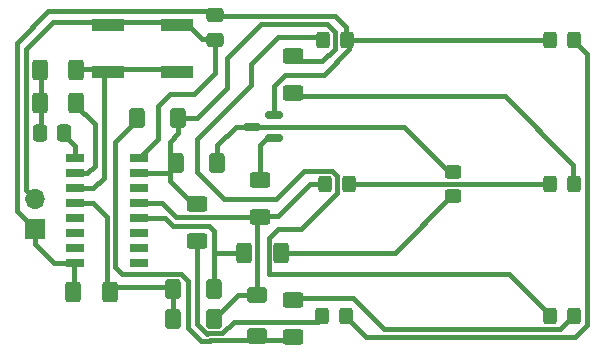
<source format=gbr>
G04 #@! TF.GenerationSoftware,KiCad,Pcbnew,8.0.0*
G04 #@! TF.CreationDate,2024-03-19T11:42:36+01:00*
G04 #@! TF.ProjectId,wuerfel,77756572-6665-46c2-9e6b-696361645f70,rev?*
G04 #@! TF.SameCoordinates,Original*
G04 #@! TF.FileFunction,Copper,L1,Top*
G04 #@! TF.FilePolarity,Positive*
%FSLAX46Y46*%
G04 Gerber Fmt 4.6, Leading zero omitted, Abs format (unit mm)*
G04 Created by KiCad (PCBNEW 8.0.0) date 2024-03-19 11:42:36*
%MOMM*%
%LPD*%
G01*
G04 APERTURE LIST*
G04 Aperture macros list*
%AMRoundRect*
0 Rectangle with rounded corners*
0 $1 Rounding radius*
0 $2 $3 $4 $5 $6 $7 $8 $9 X,Y pos of 4 corners*
0 Add a 4 corners polygon primitive as box body*
4,1,4,$2,$3,$4,$5,$6,$7,$8,$9,$2,$3,0*
0 Add four circle primitives for the rounded corners*
1,1,$1+$1,$2,$3*
1,1,$1+$1,$4,$5*
1,1,$1+$1,$6,$7*
1,1,$1+$1,$8,$9*
0 Add four rect primitives between the rounded corners*
20,1,$1+$1,$2,$3,$4,$5,0*
20,1,$1+$1,$4,$5,$6,$7,0*
20,1,$1+$1,$6,$7,$8,$9,0*
20,1,$1+$1,$8,$9,$2,$3,0*%
G04 Aperture macros list end*
G04 #@! TA.AperFunction,SMDPad,CuDef*
%ADD10RoundRect,0.250000X0.400000X0.600000X-0.400000X0.600000X-0.400000X-0.600000X0.400000X-0.600000X0*%
G04 #@! TD*
G04 #@! TA.AperFunction,SMDPad,CuDef*
%ADD11RoundRect,0.250000X-0.600000X0.400000X-0.600000X-0.400000X0.600000X-0.400000X0.600000X0.400000X0*%
G04 #@! TD*
G04 #@! TA.AperFunction,SMDPad,CuDef*
%ADD12RoundRect,0.250000X-0.625000X0.400000X-0.625000X-0.400000X0.625000X-0.400000X0.625000X0.400000X0*%
G04 #@! TD*
G04 #@! TA.AperFunction,SMDPad,CuDef*
%ADD13RoundRect,0.250000X0.400000X0.625000X-0.400000X0.625000X-0.400000X-0.625000X0.400000X-0.625000X0*%
G04 #@! TD*
G04 #@! TA.AperFunction,SMDPad,CuDef*
%ADD14RoundRect,0.250000X0.625000X-0.400000X0.625000X0.400000X-0.625000X0.400000X-0.625000X-0.400000X0*%
G04 #@! TD*
G04 #@! TA.AperFunction,SMDPad,CuDef*
%ADD15RoundRect,0.250000X-0.400000X-0.625000X0.400000X-0.625000X0.400000X0.625000X-0.400000X0.625000X0*%
G04 #@! TD*
G04 #@! TA.AperFunction,SMDPad,CuDef*
%ADD16RoundRect,0.250000X0.450000X-0.325000X0.450000X0.325000X-0.450000X0.325000X-0.450000X-0.325000X0*%
G04 #@! TD*
G04 #@! TA.AperFunction,SMDPad,CuDef*
%ADD17RoundRect,0.250000X0.325000X0.450000X-0.325000X0.450000X-0.325000X-0.450000X0.325000X-0.450000X0*%
G04 #@! TD*
G04 #@! TA.AperFunction,SMDPad,CuDef*
%ADD18RoundRect,0.250000X-0.325000X-0.450000X0.325000X-0.450000X0.325000X0.450000X-0.325000X0.450000X0*%
G04 #@! TD*
G04 #@! TA.AperFunction,SMDPad,CuDef*
%ADD19RoundRect,0.250000X0.337500X0.475000X-0.337500X0.475000X-0.337500X-0.475000X0.337500X-0.475000X0*%
G04 #@! TD*
G04 #@! TA.AperFunction,SMDPad,CuDef*
%ADD20RoundRect,0.250000X-0.475000X0.337500X-0.475000X-0.337500X0.475000X-0.337500X0.475000X0.337500X0*%
G04 #@! TD*
G04 #@! TA.AperFunction,SMDPad,CuDef*
%ADD21R,2.800000X1.000000*%
G04 #@! TD*
G04 #@! TA.AperFunction,SMDPad,CuDef*
%ADD22RoundRect,0.150000X0.587500X0.150000X-0.587500X0.150000X-0.587500X-0.150000X0.587500X-0.150000X0*%
G04 #@! TD*
G04 #@! TA.AperFunction,SMDPad,CuDef*
%ADD23R,1.525000X0.650000*%
G04 #@! TD*
G04 #@! TA.AperFunction,ComponentPad*
%ADD24R,1.700000X1.700000*%
G04 #@! TD*
G04 #@! TA.AperFunction,ComponentPad*
%ADD25O,1.700000X1.700000*%
G04 #@! TD*
G04 #@! TA.AperFunction,Conductor*
%ADD26C,0.400000*%
G04 #@! TD*
G04 APERTURE END LIST*
D10*
G04 #@! TO.P,D17,1,K*
G04 #@! TO.N,Net-(D13-A)*
X205204000Y-56134000D03*
G04 #@! TO.P,D17,2,A*
G04 #@! TO.N,Net-(D16-A)*
X201704000Y-56134000D03*
G04 #@! TD*
D11*
G04 #@! TO.P,D16,1,K*
G04 #@! TO.N,Net-(D15-K)*
X211836000Y-71148000D03*
G04 #@! TO.P,D16,2,A*
G04 #@! TO.N,Net-(D16-A)*
X211836000Y-74648000D03*
G04 #@! TD*
D10*
G04 #@! TO.P,D15,1,K*
G04 #@! TO.N,Net-(D15-K)*
X208252000Y-73152000D03*
G04 #@! TO.P,D15,2,A*
G04 #@! TO.N,Net-(D14-A)*
X204752000Y-73152000D03*
G04 #@! TD*
G04 #@! TO.P,D14,1,K*
G04 #@! TO.N,Net-(D14-K)*
X208252000Y-70612000D03*
G04 #@! TO.P,D14,2,A*
G04 #@! TO.N,Net-(D14-A)*
X204752000Y-70612000D03*
G04 #@! TD*
G04 #@! TO.P,D13,1,K*
G04 #@! TO.N,Net-(D10-A)*
X208506000Y-59944000D03*
G04 #@! TO.P,D13,2,A*
G04 #@! TO.N,Net-(D13-A)*
X205006000Y-59944000D03*
G04 #@! TD*
D12*
G04 #@! TO.P,R8,1*
G04 #@! TO.N,Net-(D9-K)*
X214884000Y-71602000D03*
G04 #@! TO.P,R8,2*
G04 #@! TO.N,Net-(D16-A)*
X214884000Y-74702000D03*
G04 #@! TD*
D13*
G04 #@! TO.P,R7,1*
G04 #@! TO.N,Net-(D10-K)*
X213894000Y-67564000D03*
G04 #@! TO.P,R7,2*
G04 #@! TO.N,Net-(D14-K)*
X210794000Y-67564000D03*
G04 #@! TD*
D14*
G04 #@! TO.P,R6,1*
G04 #@! TO.N,Net-(D6-K)*
X206756000Y-66574000D03*
G04 #@! TO.P,R6,2*
G04 #@! TO.N,Net-(D13-A)*
X206756000Y-63474000D03*
G04 #@! TD*
D12*
G04 #@! TO.P,R5,1*
G04 #@! TO.N,Net-(D13-A)*
X214884000Y-50950000D03*
G04 #@! TO.P,R5,2*
G04 #@! TO.N,Net-(D8-K)*
X214884000Y-54050000D03*
G04 #@! TD*
D13*
G04 #@! TO.P,R4,1*
G04 #@! TO.N,Net-(IC1-~{[Oslash]I})*
X196550000Y-52070000D03*
G04 #@! TO.P,R4,2*
G04 #@! TO.N,Net-(C2-Pad2)*
X193450000Y-52070000D03*
G04 #@! TD*
G04 #@! TO.P,R3,1*
G04 #@! TO.N,Net-(IC1-[Oslash]O)*
X196550000Y-54864000D03*
G04 #@! TO.P,R3,2*
G04 #@! TO.N,Net-(C2-Pad2)*
X193450000Y-54864000D03*
G04 #@! TD*
D15*
G04 #@! TO.P,R2,1*
G04 #@! TO.N,+5V*
X196316000Y-70866000D03*
G04 #@! TO.P,R2,2*
G04 #@! TO.N,Net-(D14-A)*
X199416000Y-70866000D03*
G04 #@! TD*
D12*
G04 #@! TO.P,R1,1*
G04 #@! TO.N,Net-(Q1-B)*
X212090000Y-61442000D03*
G04 #@! TO.P,R1,2*
G04 #@! TO.N,Net-(D15-K)*
X212090000Y-64542000D03*
G04 #@! TD*
D16*
G04 #@! TO.P,D10,1,K*
G04 #@! TO.N,Net-(D10-K)*
X228431827Y-62788173D03*
G04 #@! TO.P,D10,2,A*
G04 #@! TO.N,Net-(D10-A)*
X228431827Y-60738173D03*
G04 #@! TD*
D17*
G04 #@! TO.P,D9,1,K*
G04 #@! TO.N,Net-(D9-K)*
X238727827Y-72939173D03*
G04 #@! TO.P,D9,2,A*
G04 #@! TO.N,Net-(D4-K)*
X236677827Y-72939173D03*
G04 #@! TD*
G04 #@! TO.P,D8,1,K*
G04 #@! TO.N,Net-(D8-K)*
X238727827Y-61763173D03*
G04 #@! TO.P,D8,2,A*
G04 #@! TO.N,Net-(D5-K)*
X236677827Y-61763173D03*
G04 #@! TD*
G04 #@! TO.P,D7,1,K*
G04 #@! TO.N,Net-(D6-A)*
X238727827Y-49571173D03*
G04 #@! TO.P,D7,2,A*
G04 #@! TO.N,+5V*
X236677827Y-49571173D03*
G04 #@! TD*
D18*
G04 #@! TO.P,D6,1,K*
G04 #@! TO.N,Net-(D6-K)*
X217373827Y-72939173D03*
G04 #@! TO.P,D6,2,A*
G04 #@! TO.N,Net-(D6-A)*
X219423827Y-72939173D03*
G04 #@! TD*
D17*
G04 #@! TO.P,D5,1,K*
G04 #@! TO.N,Net-(D5-K)*
X219677827Y-61763173D03*
G04 #@! TO.P,D5,2,A*
G04 #@! TO.N,Net-(D15-K)*
X217627827Y-61763173D03*
G04 #@! TD*
D18*
G04 #@! TO.P,D4,1,K*
G04 #@! TO.N,Net-(D4-K)*
X217452327Y-49571173D03*
G04 #@! TO.P,D4,2,A*
G04 #@! TO.N,+5V*
X219502327Y-49571173D03*
G04 #@! TD*
D19*
G04 #@! TO.P,C2,1*
G04 #@! TO.N,Net-(IC1-~{[Oslash]O})*
X195537500Y-57404000D03*
G04 #@! TO.P,C2,2*
G04 #@! TO.N,Net-(C2-Pad2)*
X193462500Y-57404000D03*
G04 #@! TD*
D20*
G04 #@! TO.P,C1,1*
G04 #@! TO.N,+5V*
X208280000Y-47476500D03*
G04 #@! TO.P,C1,2*
G04 #@! TO.N,GND*
X208280000Y-49551500D03*
G04 #@! TD*
D21*
G04 #@! TO.P,SW1,1,1*
G04 #@! TO.N,GND*
X199275009Y-48310139D03*
X205075009Y-48310139D03*
G04 #@! TO.P,SW1,2,2*
G04 #@! TO.N,Net-(IC1-~{[Oslash]I})*
X199275009Y-52310139D03*
X205075009Y-52310139D03*
G04 #@! TD*
D22*
G04 #@! TO.P,Q1,1,B*
G04 #@! TO.N,Net-(Q1-B)*
X213281500Y-57846000D03*
G04 #@! TO.P,Q1,2,E*
G04 #@! TO.N,+5V*
X213281500Y-55946000D03*
G04 #@! TO.P,Q1,3,C*
G04 #@! TO.N,Net-(D10-A)*
X211406500Y-56896000D03*
G04 #@! TD*
D23*
G04 #@! TO.P,IC1,1,Q12*
G04 #@! TO.N,unconnected-(IC1-Q12-Pad1)*
X201848000Y-68453000D03*
G04 #@! TO.P,IC1,2,Q13*
G04 #@! TO.N,unconnected-(IC1-Q13-Pad2)*
X201848000Y-67183000D03*
G04 #@! TO.P,IC1,3,Q14*
G04 #@! TO.N,unconnected-(IC1-Q14-Pad3)*
X201848000Y-65913000D03*
G04 #@! TO.P,IC1,4,Q6*
G04 #@! TO.N,Net-(D14-K)*
X201848000Y-64643000D03*
G04 #@! TO.P,IC1,5,Q5*
G04 #@! TO.N,Net-(D15-K)*
X201848000Y-63373000D03*
G04 #@! TO.P,IC1,6,Q7*
G04 #@! TO.N,unconnected-(IC1-Q7-Pad6)*
X201848000Y-62103000D03*
G04 #@! TO.P,IC1,7,Q4*
G04 #@! TO.N,Net-(D13-A)*
X201848000Y-60833000D03*
G04 #@! TO.P,IC1,8,GND*
G04 #@! TO.N,GND*
X201848000Y-59563000D03*
G04 #@! TO.P,IC1,9,~{[Oslash]O}*
G04 #@! TO.N,Net-(IC1-~{[Oslash]O})*
X196424000Y-59563000D03*
G04 #@! TO.P,IC1,10,[Oslash]O*
G04 #@! TO.N,Net-(IC1-[Oslash]O)*
X196424000Y-60833000D03*
G04 #@! TO.P,IC1,11,~{[Oslash]I}*
G04 #@! TO.N,Net-(IC1-~{[Oslash]I})*
X196424000Y-62103000D03*
G04 #@! TO.P,IC1,12,CLEAR*
G04 #@! TO.N,Net-(D14-A)*
X196424000Y-63373000D03*
G04 #@! TO.P,IC1,13,Q9*
G04 #@! TO.N,unconnected-(IC1-Q9-Pad13)*
X196424000Y-64643000D03*
G04 #@! TO.P,IC1,14,Q8*
G04 #@! TO.N,unconnected-(IC1-Q8-Pad14)*
X196424000Y-65913000D03*
G04 #@! TO.P,IC1,15,Q10*
G04 #@! TO.N,unconnected-(IC1-Q10-Pad15)*
X196424000Y-67183000D03*
G04 #@! TO.P,IC1,16,VCC*
G04 #@! TO.N,+5V*
X196424000Y-68453000D03*
G04 #@! TD*
D24*
G04 #@! TO.P,J1,1*
G04 #@! TO.N,+5V*
X193040000Y-65532000D03*
D25*
G04 #@! TO.P,J1,2*
G04 #@! TO.N,GND*
X193040000Y-62992000D03*
G04 #@! TD*
D26*
G04 #@! TO.N,+5V*
X214200000Y-52500000D02*
X213281500Y-53418500D01*
X217502000Y-52500000D02*
X214200000Y-52500000D01*
X219673827Y-50328173D02*
X217502000Y-52500000D01*
X213281500Y-53418500D02*
X213281500Y-55946000D01*
X219673827Y-49830173D02*
X219673827Y-50328173D01*
X219414827Y-49571173D02*
X219673827Y-49830173D01*
X191516000Y-64008000D02*
X193040000Y-65532000D01*
X194162000Y-47138000D02*
X191516000Y-49784000D01*
X207854000Y-47138000D02*
X194162000Y-47138000D01*
X191516000Y-49784000D02*
X191516000Y-64008000D01*
X208280000Y-47564000D02*
X207854000Y-47138000D01*
X194670500Y-68432500D02*
X193040000Y-66802000D01*
X231606827Y-49571173D02*
X234654827Y-49571173D01*
X193040000Y-66802000D02*
X193040000Y-65532000D01*
X196403500Y-70866000D02*
X196403500Y-68432500D01*
X218440000Y-47498000D02*
X219414827Y-48472827D01*
X208346000Y-47498000D02*
X218440000Y-47498000D01*
X196403500Y-68432500D02*
X194670500Y-68432500D01*
X234654827Y-49571173D02*
X236765327Y-49571173D01*
X219414827Y-49571173D02*
X231606827Y-49571173D01*
X219414827Y-48472827D02*
X219414827Y-49571173D01*
G04 #@! TO.N,GND*
X206502000Y-54102000D02*
X208280000Y-52324000D01*
X208280000Y-52324000D02*
X208280000Y-49464000D01*
X203454000Y-57957000D02*
X203454000Y-55118000D01*
X204830000Y-48038000D02*
X205772000Y-48038000D01*
X205772000Y-48038000D02*
X207198000Y-49464000D01*
X199030000Y-48038000D02*
X204830000Y-48038000D01*
X204470000Y-54102000D02*
X206502000Y-54102000D01*
X194564000Y-48006000D02*
X198998000Y-48006000D01*
X201848000Y-59563000D02*
X203454000Y-57957000D01*
X192278000Y-50292000D02*
X194564000Y-48006000D01*
X207198000Y-49464000D02*
X208280000Y-49464000D01*
X203454000Y-55118000D02*
X204470000Y-54102000D01*
X198998000Y-48006000D02*
X199030000Y-48038000D01*
X193040000Y-62992000D02*
X192278000Y-62230000D01*
X192278000Y-62230000D02*
X192278000Y-50292000D01*
G04 #@! TO.N,Net-(IC1-~{[Oslash]O})*
X195260000Y-57404000D02*
X196424000Y-58568000D01*
X196424000Y-58568000D02*
X196424000Y-59563000D01*
G04 #@! TO.N,Net-(C2-Pad2)*
X193355500Y-52070000D02*
X193548000Y-52262500D01*
X193548000Y-57216000D02*
X193360000Y-57404000D01*
X193548000Y-52262500D02*
X193548000Y-57216000D01*
G04 #@! TO.N,Net-(D4-K)*
X211328000Y-51562000D02*
X211328000Y-53340000D01*
X217539827Y-49571173D02*
X217244654Y-49276000D01*
X211328000Y-53340000D02*
X206756000Y-57912000D01*
X212852000Y-69342000D02*
X233168154Y-69342000D01*
X215556900Y-65532000D02*
X213614000Y-65532000D01*
X206756000Y-57912000D02*
X206756000Y-60706000D01*
X213484239Y-62992000D02*
X215813066Y-60663173D01*
X212844000Y-69334000D02*
X212852000Y-69342000D01*
X212844000Y-66302000D02*
X212844000Y-69334000D01*
X206756000Y-60706000D02*
X209042000Y-62992000D01*
X217244654Y-49276000D02*
X213614000Y-49276000D01*
X218225727Y-60663173D02*
X218602827Y-61040273D01*
X209042000Y-62992000D02*
X213484239Y-62992000D01*
X233168154Y-69342000D02*
X236765327Y-72939173D01*
X218602827Y-61040273D02*
X218602827Y-62486073D01*
X215813066Y-60663173D02*
X218225727Y-60663173D01*
X213614000Y-49276000D02*
X211328000Y-51562000D01*
X213614000Y-65532000D02*
X212844000Y-66302000D01*
X218602827Y-62486073D02*
X215556900Y-65532000D01*
G04 #@! TO.N,Net-(D5-K)*
X219590327Y-61763173D02*
X233638827Y-61763173D01*
X233638827Y-61763173D02*
X236765327Y-61763173D01*
G04 #@! TO.N,Net-(D15-K)*
X211844000Y-64700500D02*
X211844000Y-71140000D01*
X212090000Y-64454500D02*
X212020500Y-64524000D01*
X208252000Y-73152000D02*
X210256000Y-71148000D01*
X210256000Y-71148000D02*
X211836000Y-71148000D01*
X212020500Y-64524000D02*
X204986000Y-64524000D01*
X203835000Y-63373000D02*
X201848000Y-63373000D01*
X217715327Y-61763173D02*
X216366827Y-61763173D01*
X204986000Y-64524000D02*
X203835000Y-63373000D01*
X212090000Y-64454500D02*
X211844000Y-64700500D01*
X213675500Y-64454500D02*
X212090000Y-64454500D01*
X211844000Y-71140000D02*
X211836000Y-71148000D01*
X216366827Y-61763173D02*
X213675500Y-64454500D01*
G04 #@! TO.N,Net-(D6-K)*
X207433380Y-74252620D02*
X207582761Y-74402000D01*
X207433380Y-74252620D02*
X207602761Y-74422000D01*
X206756000Y-66486500D02*
X206756000Y-73575239D01*
X207582761Y-74402000D02*
X208921239Y-74402000D01*
X206756000Y-73575239D02*
X207433380Y-74252620D01*
X208921239Y-74402000D02*
X209917239Y-73406000D01*
X216994500Y-73406000D02*
X217461327Y-72939173D01*
X209917239Y-73406000D02*
X216994500Y-73406000D01*
G04 #@! TO.N,Net-(D6-A)*
X238640327Y-49571173D02*
X239776000Y-50706846D01*
X239776000Y-73660000D02*
X238760000Y-74676000D01*
X239776000Y-50706846D02*
X239776000Y-73660000D01*
X221073154Y-74676000D02*
X219336327Y-72939173D01*
X238760000Y-74676000D02*
X221073154Y-74676000D01*
G04 #@! TO.N,Net-(D8-K)*
X214884000Y-54294500D02*
X232815327Y-54294500D01*
X232815327Y-54294500D02*
X238640327Y-60119500D01*
X238640327Y-60119500D02*
X238640327Y-61763173D01*
G04 #@! TO.N,Net-(D9-K)*
X222629173Y-74039173D02*
X237540327Y-74039173D01*
X214884000Y-71689500D02*
X215199500Y-71374000D01*
X215199500Y-71374000D02*
X219964000Y-71374000D01*
X237540327Y-74039173D02*
X238640327Y-72939173D01*
X219964000Y-71374000D02*
X222629173Y-74039173D01*
G04 #@! TO.N,Net-(D10-K)*
X228383327Y-62700673D02*
X228431827Y-62700673D01*
X223520000Y-67564000D02*
X228383327Y-62700673D01*
X213806500Y-67564000D02*
X223520000Y-67564000D01*
G04 #@! TO.N,Net-(D10-A)*
X210058000Y-56896000D02*
X211406500Y-56896000D01*
X208506000Y-59944000D02*
X208506000Y-58448000D01*
X208506000Y-58448000D02*
X210058000Y-56896000D01*
X228211673Y-60825673D02*
X228431827Y-60825673D01*
X224282000Y-56896000D02*
X228211673Y-60825673D01*
X211406500Y-56896000D02*
X224282000Y-56896000D01*
G04 #@! TO.N,Net-(D13-A)*
X218427327Y-48848273D02*
X218427327Y-50294073D01*
X203327000Y-60833000D02*
X201848000Y-60833000D01*
X206563500Y-63561500D02*
X204470000Y-61468000D01*
X209296000Y-51054000D02*
X212174000Y-48176000D01*
X204470000Y-58166000D02*
X204470000Y-60833000D01*
X217755054Y-48176000D02*
X218427327Y-48848273D01*
X209296000Y-53594000D02*
X209296000Y-51054000D01*
X204470000Y-61468000D02*
X204470000Y-60833000D01*
X217351900Y-51369500D02*
X214884000Y-51369500D01*
X206756000Y-56134000D02*
X209296000Y-53594000D01*
X204470000Y-60833000D02*
X203327000Y-60833000D01*
X205204000Y-57432000D02*
X204470000Y-58166000D01*
X218427327Y-50294073D02*
X217351900Y-51369500D01*
X205204000Y-56134000D02*
X206756000Y-56134000D01*
X206756000Y-63561500D02*
X206563500Y-63561500D01*
X212174000Y-48176000D02*
X217755054Y-48176000D01*
X205204000Y-56134000D02*
X205204000Y-57432000D01*
G04 #@! TO.N,Net-(D14-K)*
X201848000Y-64643000D02*
X204089000Y-64643000D01*
X208252000Y-67564000D02*
X210881500Y-67564000D01*
X204724000Y-65278000D02*
X207772000Y-65278000D01*
X208252000Y-65758000D02*
X208252000Y-70612000D01*
X207772000Y-65278000D02*
X208252000Y-65758000D01*
X208252000Y-70612000D02*
X208252000Y-67564000D01*
X204089000Y-64643000D02*
X204724000Y-65278000D01*
G04 #@! TO.N,Net-(D14-A)*
X204752000Y-70612000D02*
X204752000Y-73152000D01*
X197993000Y-63373000D02*
X196424000Y-63373000D01*
X199136000Y-69723000D02*
X199136000Y-70450000D01*
X199136000Y-70450000D02*
X204590000Y-70450000D01*
X199328500Y-70866000D02*
X199136000Y-70673500D01*
X199136000Y-69088000D02*
X199136000Y-64516000D01*
X204590000Y-70450000D02*
X204752000Y-70612000D01*
X199136000Y-69088000D02*
X199136000Y-69723000D01*
X199136000Y-64516000D02*
X197993000Y-63373000D01*
X199136000Y-70673500D02*
X199136000Y-69723000D01*
G04 #@! TO.N,Net-(D16-A)*
X207851291Y-75021999D02*
X207871290Y-75002000D01*
X201704000Y-56360000D02*
X199828000Y-58236000D01*
X214568500Y-74930000D02*
X214884000Y-74614500D01*
X207871290Y-75002000D02*
X211482000Y-75002000D01*
X212118000Y-74930000D02*
X214568500Y-74930000D01*
X211482000Y-75002000D02*
X211836000Y-74648000D01*
X200426000Y-69362000D02*
X205421239Y-69362000D01*
X207101999Y-75021999D02*
X207851291Y-75021999D01*
X201704000Y-56134000D02*
X201704000Y-56360000D01*
X211836000Y-74648000D02*
X212118000Y-74930000D01*
X205994000Y-73914000D02*
X207101999Y-75021999D01*
X205421239Y-69362000D02*
X205994000Y-69934761D01*
X205994000Y-69934761D02*
X205994000Y-73914000D01*
X199828000Y-58236000D02*
X199828000Y-68764000D01*
X199828000Y-68764000D02*
X200426000Y-69362000D01*
G04 #@! TO.N,Net-(IC1-[Oslash]O)*
X198120000Y-60198000D02*
X197485000Y-60833000D01*
X198120000Y-56703500D02*
X198120000Y-60198000D01*
X197485000Y-60833000D02*
X196424000Y-60833000D01*
X196280500Y-54864000D02*
X198120000Y-56703500D01*
G04 #@! TO.N,Net-(IC1-~{[Oslash]I})*
X197993000Y-62103000D02*
X198882000Y-61214000D01*
X199030000Y-52038000D02*
X204830000Y-52038000D01*
X196695000Y-52038000D02*
X199030000Y-52038000D01*
X198882000Y-61214000D02*
X198882000Y-52186000D01*
X196424000Y-62103000D02*
X197993000Y-62103000D01*
X198882000Y-52186000D02*
X199030000Y-52038000D01*
G04 #@! TO.N,Net-(Q1-B)*
X212090000Y-61529500D02*
X212090000Y-58420000D01*
X212664000Y-57846000D02*
X213281500Y-57846000D01*
X212090000Y-58420000D02*
X212664000Y-57846000D01*
G04 #@! TD*
M02*

</source>
